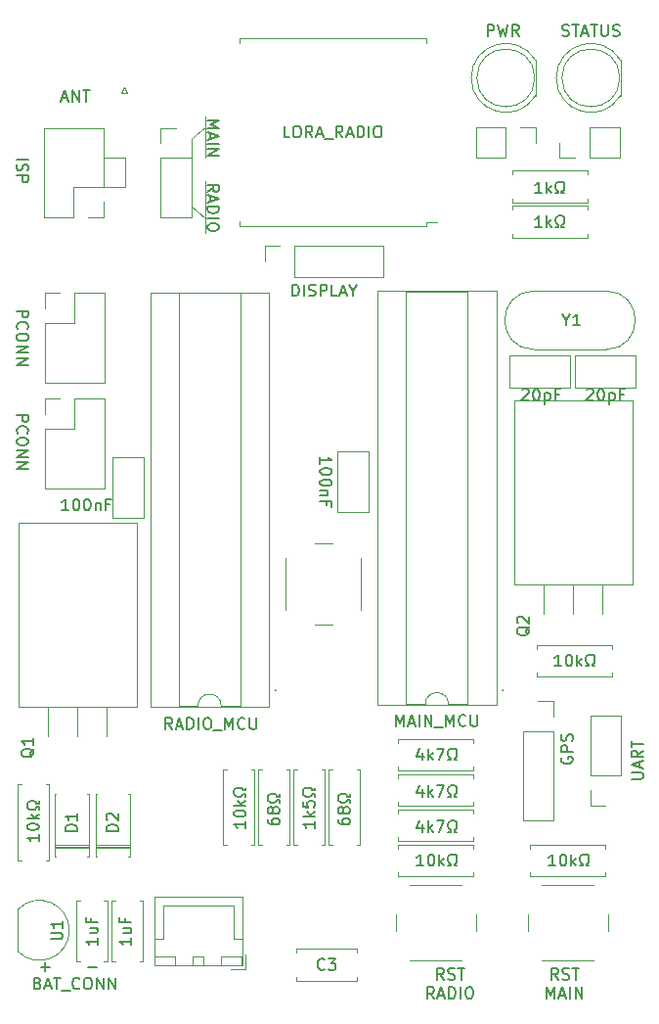
<source format=gbr>
G04 #@! TF.GenerationSoftware,KiCad,Pcbnew,(5.1.7)-1*
G04 #@! TF.CreationDate,2021-01-29T19:27:48+01:00*
G04 #@! TF.ProjectId,powiloc,706f7769-6c6f-4632-9e6b-696361645f70,rev?*
G04 #@! TF.SameCoordinates,Original*
G04 #@! TF.FileFunction,Legend,Top*
G04 #@! TF.FilePolarity,Positive*
%FSLAX46Y46*%
G04 Gerber Fmt 4.6, Leading zero omitted, Abs format (unit mm)*
G04 Created by KiCad (PCBNEW (5.1.7)-1) date 2021-01-29 19:27:48*
%MOMM*%
%LPD*%
G01*
G04 APERTURE LIST*
%ADD10C,0.150000*%
%ADD11C,0.120000*%
G04 APERTURE END LIST*
D10*
X119864380Y-96718380D02*
X119292952Y-96718380D01*
X119578666Y-96718380D02*
X119578666Y-95718380D01*
X119483428Y-95861238D01*
X119388190Y-95956476D01*
X119292952Y-96004095D01*
X120483428Y-95718380D02*
X120578666Y-95718380D01*
X120673904Y-95766000D01*
X120721523Y-95813619D01*
X120769142Y-95908857D01*
X120816761Y-96099333D01*
X120816761Y-96337428D01*
X120769142Y-96527904D01*
X120721523Y-96623142D01*
X120673904Y-96670761D01*
X120578666Y-96718380D01*
X120483428Y-96718380D01*
X120388190Y-96670761D01*
X120340571Y-96623142D01*
X120292952Y-96527904D01*
X120245333Y-96337428D01*
X120245333Y-96099333D01*
X120292952Y-95908857D01*
X120340571Y-95813619D01*
X120388190Y-95766000D01*
X120483428Y-95718380D01*
X121435809Y-95718380D02*
X121531047Y-95718380D01*
X121626285Y-95766000D01*
X121673904Y-95813619D01*
X121721523Y-95908857D01*
X121769142Y-96099333D01*
X121769142Y-96337428D01*
X121721523Y-96527904D01*
X121673904Y-96623142D01*
X121626285Y-96670761D01*
X121531047Y-96718380D01*
X121435809Y-96718380D01*
X121340571Y-96670761D01*
X121292952Y-96623142D01*
X121245333Y-96527904D01*
X121197714Y-96337428D01*
X121197714Y-96099333D01*
X121245333Y-95908857D01*
X121292952Y-95813619D01*
X121340571Y-95766000D01*
X121435809Y-95718380D01*
X122197714Y-96051714D02*
X122197714Y-96718380D01*
X122197714Y-96146952D02*
X122245333Y-96099333D01*
X122340571Y-96051714D01*
X122483428Y-96051714D01*
X122578666Y-96099333D01*
X122626285Y-96194571D01*
X122626285Y-96718380D01*
X123435809Y-96194571D02*
X123102476Y-96194571D01*
X123102476Y-96718380D02*
X123102476Y-95718380D01*
X123578666Y-95718380D01*
X141660619Y-92686380D02*
X141660619Y-92114952D01*
X141660619Y-92400666D02*
X142660619Y-92400666D01*
X142517761Y-92305428D01*
X142422523Y-92210190D01*
X142374904Y-92114952D01*
X142660619Y-93305428D02*
X142660619Y-93400666D01*
X142613000Y-93495904D01*
X142565380Y-93543523D01*
X142470142Y-93591142D01*
X142279666Y-93638761D01*
X142041571Y-93638761D01*
X141851095Y-93591142D01*
X141755857Y-93543523D01*
X141708238Y-93495904D01*
X141660619Y-93400666D01*
X141660619Y-93305428D01*
X141708238Y-93210190D01*
X141755857Y-93162571D01*
X141851095Y-93114952D01*
X142041571Y-93067333D01*
X142279666Y-93067333D01*
X142470142Y-93114952D01*
X142565380Y-93162571D01*
X142613000Y-93210190D01*
X142660619Y-93305428D01*
X142660619Y-94257809D02*
X142660619Y-94353047D01*
X142613000Y-94448285D01*
X142565380Y-94495904D01*
X142470142Y-94543523D01*
X142279666Y-94591142D01*
X142041571Y-94591142D01*
X141851095Y-94543523D01*
X141755857Y-94495904D01*
X141708238Y-94448285D01*
X141660619Y-94353047D01*
X141660619Y-94257809D01*
X141708238Y-94162571D01*
X141755857Y-94114952D01*
X141851095Y-94067333D01*
X142041571Y-94019714D01*
X142279666Y-94019714D01*
X142470142Y-94067333D01*
X142565380Y-94114952D01*
X142613000Y-94162571D01*
X142660619Y-94257809D01*
X142327285Y-95019714D02*
X141660619Y-95019714D01*
X142232047Y-95019714D02*
X142279666Y-95067333D01*
X142327285Y-95162571D01*
X142327285Y-95305428D01*
X142279666Y-95400666D01*
X142184428Y-95448285D01*
X141660619Y-95448285D01*
X142184428Y-96257809D02*
X142184428Y-95924476D01*
X141660619Y-95924476D02*
X142660619Y-95924476D01*
X142660619Y-96400666D01*
X164727142Y-86288619D02*
X164774761Y-86241000D01*
X164870000Y-86193380D01*
X165108095Y-86193380D01*
X165203333Y-86241000D01*
X165250952Y-86288619D01*
X165298571Y-86383857D01*
X165298571Y-86479095D01*
X165250952Y-86621952D01*
X164679523Y-87193380D01*
X165298571Y-87193380D01*
X165917619Y-86193380D02*
X166012857Y-86193380D01*
X166108095Y-86241000D01*
X166155714Y-86288619D01*
X166203333Y-86383857D01*
X166250952Y-86574333D01*
X166250952Y-86812428D01*
X166203333Y-87002904D01*
X166155714Y-87098142D01*
X166108095Y-87145761D01*
X166012857Y-87193380D01*
X165917619Y-87193380D01*
X165822380Y-87145761D01*
X165774761Y-87098142D01*
X165727142Y-87002904D01*
X165679523Y-86812428D01*
X165679523Y-86574333D01*
X165727142Y-86383857D01*
X165774761Y-86288619D01*
X165822380Y-86241000D01*
X165917619Y-86193380D01*
X166679523Y-86526714D02*
X166679523Y-87526714D01*
X166679523Y-86574333D02*
X166774761Y-86526714D01*
X166965238Y-86526714D01*
X167060476Y-86574333D01*
X167108095Y-86621952D01*
X167155714Y-86717190D01*
X167155714Y-87002904D01*
X167108095Y-87098142D01*
X167060476Y-87145761D01*
X166965238Y-87193380D01*
X166774761Y-87193380D01*
X166679523Y-87145761D01*
X167917619Y-86669571D02*
X167584285Y-86669571D01*
X167584285Y-87193380D02*
X167584285Y-86193380D01*
X168060476Y-86193380D01*
X159139142Y-86288619D02*
X159186761Y-86241000D01*
X159282000Y-86193380D01*
X159520095Y-86193380D01*
X159615333Y-86241000D01*
X159662952Y-86288619D01*
X159710571Y-86383857D01*
X159710571Y-86479095D01*
X159662952Y-86621952D01*
X159091523Y-87193380D01*
X159710571Y-87193380D01*
X160329619Y-86193380D02*
X160424857Y-86193380D01*
X160520095Y-86241000D01*
X160567714Y-86288619D01*
X160615333Y-86383857D01*
X160662952Y-86574333D01*
X160662952Y-86812428D01*
X160615333Y-87002904D01*
X160567714Y-87098142D01*
X160520095Y-87145761D01*
X160424857Y-87193380D01*
X160329619Y-87193380D01*
X160234380Y-87145761D01*
X160186761Y-87098142D01*
X160139142Y-87002904D01*
X160091523Y-86812428D01*
X160091523Y-86574333D01*
X160139142Y-86383857D01*
X160186761Y-86288619D01*
X160234380Y-86241000D01*
X160329619Y-86193380D01*
X161091523Y-86526714D02*
X161091523Y-87526714D01*
X161091523Y-86574333D02*
X161186761Y-86526714D01*
X161377238Y-86526714D01*
X161472476Y-86574333D01*
X161520095Y-86621952D01*
X161567714Y-86717190D01*
X161567714Y-87002904D01*
X161520095Y-87098142D01*
X161472476Y-87145761D01*
X161377238Y-87193380D01*
X161186761Y-87193380D01*
X161091523Y-87145761D01*
X162329619Y-86669571D02*
X161996285Y-86669571D01*
X161996285Y-87193380D02*
X161996285Y-86193380D01*
X162472476Y-86193380D01*
X160853523Y-72207380D02*
X160282095Y-72207380D01*
X160567809Y-72207380D02*
X160567809Y-71207380D01*
X160472571Y-71350238D01*
X160377333Y-71445476D01*
X160282095Y-71493095D01*
X161282095Y-72207380D02*
X161282095Y-71207380D01*
X161377333Y-71826428D02*
X161663047Y-72207380D01*
X161663047Y-71540714D02*
X161282095Y-71921666D01*
X162044000Y-72207380D02*
X162282095Y-72207380D01*
X162282095Y-72016904D01*
X162186857Y-71969285D01*
X162091619Y-71874047D01*
X162044000Y-71731190D01*
X162044000Y-71493095D01*
X162091619Y-71350238D01*
X162186857Y-71255000D01*
X162329714Y-71207380D01*
X162520190Y-71207380D01*
X162663047Y-71255000D01*
X162758285Y-71350238D01*
X162805904Y-71493095D01*
X162805904Y-71731190D01*
X162758285Y-71874047D01*
X162663047Y-71969285D01*
X162567809Y-72016904D01*
X162567809Y-72207380D01*
X162805904Y-72207380D01*
X160853523Y-69286380D02*
X160282095Y-69286380D01*
X160567809Y-69286380D02*
X160567809Y-68286380D01*
X160472571Y-68429238D01*
X160377333Y-68524476D01*
X160282095Y-68572095D01*
X161282095Y-69286380D02*
X161282095Y-68286380D01*
X161377333Y-68905428D02*
X161663047Y-69286380D01*
X161663047Y-68619714D02*
X161282095Y-69000666D01*
X162044000Y-69286380D02*
X162282095Y-69286380D01*
X162282095Y-69095904D01*
X162186857Y-69048285D01*
X162091619Y-68953047D01*
X162044000Y-68810190D01*
X162044000Y-68572095D01*
X162091619Y-68429238D01*
X162186857Y-68334000D01*
X162329714Y-68286380D01*
X162520190Y-68286380D01*
X162663047Y-68334000D01*
X162758285Y-68429238D01*
X162805904Y-68572095D01*
X162805904Y-68810190D01*
X162758285Y-68953047D01*
X162663047Y-69048285D01*
X162567809Y-69095904D01*
X162567809Y-69286380D01*
X162805904Y-69286380D01*
X117292380Y-124737666D02*
X117292380Y-125309095D01*
X117292380Y-125023380D02*
X116292380Y-125023380D01*
X116435238Y-125118619D01*
X116530476Y-125213857D01*
X116578095Y-125309095D01*
X116292380Y-124118619D02*
X116292380Y-124023380D01*
X116340000Y-123928142D01*
X116387619Y-123880523D01*
X116482857Y-123832904D01*
X116673333Y-123785285D01*
X116911428Y-123785285D01*
X117101904Y-123832904D01*
X117197142Y-123880523D01*
X117244761Y-123928142D01*
X117292380Y-124023380D01*
X117292380Y-124118619D01*
X117244761Y-124213857D01*
X117197142Y-124261476D01*
X117101904Y-124309095D01*
X116911428Y-124356714D01*
X116673333Y-124356714D01*
X116482857Y-124309095D01*
X116387619Y-124261476D01*
X116340000Y-124213857D01*
X116292380Y-124118619D01*
X117292380Y-123356714D02*
X116292380Y-123356714D01*
X116911428Y-123261476D02*
X117292380Y-122975761D01*
X116625714Y-122975761D02*
X117006666Y-123356714D01*
X117292380Y-122594809D02*
X117292380Y-122356714D01*
X117101904Y-122356714D01*
X117054285Y-122451952D01*
X116959047Y-122547190D01*
X116816190Y-122594809D01*
X116578095Y-122594809D01*
X116435238Y-122547190D01*
X116340000Y-122451952D01*
X116292380Y-122309095D01*
X116292380Y-122118619D01*
X116340000Y-121975761D01*
X116435238Y-121880523D01*
X116578095Y-121832904D01*
X116816190Y-121832904D01*
X116959047Y-121880523D01*
X117054285Y-121975761D01*
X117101904Y-122071000D01*
X117292380Y-122071000D01*
X117292380Y-121832904D01*
X122372380Y-133691238D02*
X122372380Y-134262666D01*
X122372380Y-133976952D02*
X121372380Y-133976952D01*
X121515238Y-134072190D01*
X121610476Y-134167428D01*
X121658095Y-134262666D01*
X121705714Y-132834095D02*
X122372380Y-132834095D01*
X121705714Y-133262666D02*
X122229523Y-133262666D01*
X122324761Y-133215047D01*
X122372380Y-133119809D01*
X122372380Y-132976952D01*
X122324761Y-132881714D01*
X122277142Y-132834095D01*
X121848571Y-132024571D02*
X121848571Y-132357904D01*
X122372380Y-132357904D02*
X121372380Y-132357904D01*
X121372380Y-131881714D01*
X125293380Y-133691238D02*
X125293380Y-134262666D01*
X125293380Y-133976952D02*
X124293380Y-133976952D01*
X124436238Y-134072190D01*
X124531476Y-134167428D01*
X124579095Y-134262666D01*
X124626714Y-132834095D02*
X125293380Y-132834095D01*
X124626714Y-133262666D02*
X125150523Y-133262666D01*
X125245761Y-133215047D01*
X125293380Y-133119809D01*
X125293380Y-132976952D01*
X125245761Y-132881714D01*
X125198142Y-132834095D01*
X124769571Y-132024571D02*
X124769571Y-132357904D01*
X125293380Y-132357904D02*
X124293380Y-132357904D01*
X124293380Y-131881714D01*
X143216380Y-123412142D02*
X143216380Y-123602619D01*
X143264000Y-123697857D01*
X143311619Y-123745476D01*
X143454476Y-123840714D01*
X143644952Y-123888333D01*
X144025904Y-123888333D01*
X144121142Y-123840714D01*
X144168761Y-123793095D01*
X144216380Y-123697857D01*
X144216380Y-123507380D01*
X144168761Y-123412142D01*
X144121142Y-123364523D01*
X144025904Y-123316904D01*
X143787809Y-123316904D01*
X143692571Y-123364523D01*
X143644952Y-123412142D01*
X143597333Y-123507380D01*
X143597333Y-123697857D01*
X143644952Y-123793095D01*
X143692571Y-123840714D01*
X143787809Y-123888333D01*
X143644952Y-122745476D02*
X143597333Y-122840714D01*
X143549714Y-122888333D01*
X143454476Y-122935952D01*
X143406857Y-122935952D01*
X143311619Y-122888333D01*
X143264000Y-122840714D01*
X143216380Y-122745476D01*
X143216380Y-122555000D01*
X143264000Y-122459761D01*
X143311619Y-122412142D01*
X143406857Y-122364523D01*
X143454476Y-122364523D01*
X143549714Y-122412142D01*
X143597333Y-122459761D01*
X143644952Y-122555000D01*
X143644952Y-122745476D01*
X143692571Y-122840714D01*
X143740190Y-122888333D01*
X143835428Y-122935952D01*
X144025904Y-122935952D01*
X144121142Y-122888333D01*
X144168761Y-122840714D01*
X144216380Y-122745476D01*
X144216380Y-122555000D01*
X144168761Y-122459761D01*
X144121142Y-122412142D01*
X144025904Y-122364523D01*
X143835428Y-122364523D01*
X143740190Y-122412142D01*
X143692571Y-122459761D01*
X143644952Y-122555000D01*
X144216380Y-121983571D02*
X144216380Y-121745476D01*
X144025904Y-121745476D01*
X143978285Y-121840714D01*
X143883047Y-121935952D01*
X143740190Y-121983571D01*
X143502095Y-121983571D01*
X143359238Y-121935952D01*
X143264000Y-121840714D01*
X143216380Y-121697857D01*
X143216380Y-121507380D01*
X143264000Y-121364523D01*
X143359238Y-121269285D01*
X143502095Y-121221666D01*
X143740190Y-121221666D01*
X143883047Y-121269285D01*
X143978285Y-121364523D01*
X144025904Y-121459761D01*
X144216380Y-121459761D01*
X144216380Y-121221666D01*
X141168380Y-123594666D02*
X141168380Y-124166095D01*
X141168380Y-123880380D02*
X140168380Y-123880380D01*
X140311238Y-123975619D01*
X140406476Y-124070857D01*
X140454095Y-124166095D01*
X141168380Y-123166095D02*
X140168380Y-123166095D01*
X140787428Y-123070857D02*
X141168380Y-122785142D01*
X140501714Y-122785142D02*
X140882666Y-123166095D01*
X140168380Y-121880380D02*
X140168380Y-122356571D01*
X140644571Y-122404190D01*
X140596952Y-122356571D01*
X140549333Y-122261333D01*
X140549333Y-122023238D01*
X140596952Y-121928000D01*
X140644571Y-121880380D01*
X140739809Y-121832761D01*
X140977904Y-121832761D01*
X141073142Y-121880380D01*
X141120761Y-121928000D01*
X141168380Y-122023238D01*
X141168380Y-122261333D01*
X141120761Y-122356571D01*
X141073142Y-122404190D01*
X141168380Y-121451809D02*
X141168380Y-121213714D01*
X140977904Y-121213714D01*
X140930285Y-121308952D01*
X140835047Y-121404190D01*
X140692190Y-121451809D01*
X140454095Y-121451809D01*
X140311238Y-121404190D01*
X140216000Y-121308952D01*
X140168380Y-121166095D01*
X140168380Y-120975619D01*
X140216000Y-120832761D01*
X140311238Y-120737523D01*
X140454095Y-120689904D01*
X140692190Y-120689904D01*
X140835047Y-120737523D01*
X140930285Y-120832761D01*
X140977904Y-120928000D01*
X141168380Y-120928000D01*
X141168380Y-120689904D01*
X137120380Y-123412142D02*
X137120380Y-123602619D01*
X137168000Y-123697857D01*
X137215619Y-123745476D01*
X137358476Y-123840714D01*
X137548952Y-123888333D01*
X137929904Y-123888333D01*
X138025142Y-123840714D01*
X138072761Y-123793095D01*
X138120380Y-123697857D01*
X138120380Y-123507380D01*
X138072761Y-123412142D01*
X138025142Y-123364523D01*
X137929904Y-123316904D01*
X137691809Y-123316904D01*
X137596571Y-123364523D01*
X137548952Y-123412142D01*
X137501333Y-123507380D01*
X137501333Y-123697857D01*
X137548952Y-123793095D01*
X137596571Y-123840714D01*
X137691809Y-123888333D01*
X137548952Y-122745476D02*
X137501333Y-122840714D01*
X137453714Y-122888333D01*
X137358476Y-122935952D01*
X137310857Y-122935952D01*
X137215619Y-122888333D01*
X137168000Y-122840714D01*
X137120380Y-122745476D01*
X137120380Y-122555000D01*
X137168000Y-122459761D01*
X137215619Y-122412142D01*
X137310857Y-122364523D01*
X137358476Y-122364523D01*
X137453714Y-122412142D01*
X137501333Y-122459761D01*
X137548952Y-122555000D01*
X137548952Y-122745476D01*
X137596571Y-122840714D01*
X137644190Y-122888333D01*
X137739428Y-122935952D01*
X137929904Y-122935952D01*
X138025142Y-122888333D01*
X138072761Y-122840714D01*
X138120380Y-122745476D01*
X138120380Y-122555000D01*
X138072761Y-122459761D01*
X138025142Y-122412142D01*
X137929904Y-122364523D01*
X137739428Y-122364523D01*
X137644190Y-122412142D01*
X137596571Y-122459761D01*
X137548952Y-122555000D01*
X138120380Y-121983571D02*
X138120380Y-121745476D01*
X137929904Y-121745476D01*
X137882285Y-121840714D01*
X137787047Y-121935952D01*
X137644190Y-121983571D01*
X137406095Y-121983571D01*
X137263238Y-121935952D01*
X137168000Y-121840714D01*
X137120380Y-121697857D01*
X137120380Y-121507380D01*
X137168000Y-121364523D01*
X137263238Y-121269285D01*
X137406095Y-121221666D01*
X137644190Y-121221666D01*
X137787047Y-121269285D01*
X137882285Y-121364523D01*
X137929904Y-121459761D01*
X138120380Y-121459761D01*
X138120380Y-121221666D01*
X135199380Y-123594666D02*
X135199380Y-124166095D01*
X135199380Y-123880380D02*
X134199380Y-123880380D01*
X134342238Y-123975619D01*
X134437476Y-124070857D01*
X134485095Y-124166095D01*
X134199380Y-122975619D02*
X134199380Y-122880380D01*
X134247000Y-122785142D01*
X134294619Y-122737523D01*
X134389857Y-122689904D01*
X134580333Y-122642285D01*
X134818428Y-122642285D01*
X135008904Y-122689904D01*
X135104142Y-122737523D01*
X135151761Y-122785142D01*
X135199380Y-122880380D01*
X135199380Y-122975619D01*
X135151761Y-123070857D01*
X135104142Y-123118476D01*
X135008904Y-123166095D01*
X134818428Y-123213714D01*
X134580333Y-123213714D01*
X134389857Y-123166095D01*
X134294619Y-123118476D01*
X134247000Y-123070857D01*
X134199380Y-122975619D01*
X135199380Y-122213714D02*
X134199380Y-122213714D01*
X134818428Y-122118476D02*
X135199380Y-121832761D01*
X134532714Y-121832761D02*
X134913666Y-122213714D01*
X135199380Y-121451809D02*
X135199380Y-121213714D01*
X135008904Y-121213714D01*
X134961285Y-121308952D01*
X134866047Y-121404190D01*
X134723190Y-121451809D01*
X134485095Y-121451809D01*
X134342238Y-121404190D01*
X134247000Y-121308952D01*
X134199380Y-121166095D01*
X134199380Y-120975619D01*
X134247000Y-120832761D01*
X134342238Y-120737523D01*
X134485095Y-120689904D01*
X134723190Y-120689904D01*
X134866047Y-120737523D01*
X134961285Y-120832761D01*
X135008904Y-120928000D01*
X135199380Y-120928000D01*
X135199380Y-120689904D01*
X162536333Y-110180380D02*
X161964904Y-110180380D01*
X162250619Y-110180380D02*
X162250619Y-109180380D01*
X162155380Y-109323238D01*
X162060142Y-109418476D01*
X161964904Y-109466095D01*
X163155380Y-109180380D02*
X163250619Y-109180380D01*
X163345857Y-109228000D01*
X163393476Y-109275619D01*
X163441095Y-109370857D01*
X163488714Y-109561333D01*
X163488714Y-109799428D01*
X163441095Y-109989904D01*
X163393476Y-110085142D01*
X163345857Y-110132761D01*
X163250619Y-110180380D01*
X163155380Y-110180380D01*
X163060142Y-110132761D01*
X163012523Y-110085142D01*
X162964904Y-109989904D01*
X162917285Y-109799428D01*
X162917285Y-109561333D01*
X162964904Y-109370857D01*
X163012523Y-109275619D01*
X163060142Y-109228000D01*
X163155380Y-109180380D01*
X163917285Y-110180380D02*
X163917285Y-109180380D01*
X164012523Y-109799428D02*
X164298238Y-110180380D01*
X164298238Y-109513714D02*
X163917285Y-109894666D01*
X164679190Y-110180380D02*
X164917285Y-110180380D01*
X164917285Y-109989904D01*
X164822047Y-109942285D01*
X164726809Y-109847047D01*
X164679190Y-109704190D01*
X164679190Y-109466095D01*
X164726809Y-109323238D01*
X164822047Y-109228000D01*
X164964904Y-109180380D01*
X165155380Y-109180380D01*
X165298238Y-109228000D01*
X165393476Y-109323238D01*
X165441095Y-109466095D01*
X165441095Y-109704190D01*
X165393476Y-109847047D01*
X165298238Y-109942285D01*
X165203000Y-109989904D01*
X165203000Y-110180380D01*
X165441095Y-110180380D01*
X162028333Y-127452380D02*
X161456904Y-127452380D01*
X161742619Y-127452380D02*
X161742619Y-126452380D01*
X161647380Y-126595238D01*
X161552142Y-126690476D01*
X161456904Y-126738095D01*
X162647380Y-126452380D02*
X162742619Y-126452380D01*
X162837857Y-126500000D01*
X162885476Y-126547619D01*
X162933095Y-126642857D01*
X162980714Y-126833333D01*
X162980714Y-127071428D01*
X162933095Y-127261904D01*
X162885476Y-127357142D01*
X162837857Y-127404761D01*
X162742619Y-127452380D01*
X162647380Y-127452380D01*
X162552142Y-127404761D01*
X162504523Y-127357142D01*
X162456904Y-127261904D01*
X162409285Y-127071428D01*
X162409285Y-126833333D01*
X162456904Y-126642857D01*
X162504523Y-126547619D01*
X162552142Y-126500000D01*
X162647380Y-126452380D01*
X163409285Y-127452380D02*
X163409285Y-126452380D01*
X163504523Y-127071428D02*
X163790238Y-127452380D01*
X163790238Y-126785714D02*
X163409285Y-127166666D01*
X164171190Y-127452380D02*
X164409285Y-127452380D01*
X164409285Y-127261904D01*
X164314047Y-127214285D01*
X164218809Y-127119047D01*
X164171190Y-126976190D01*
X164171190Y-126738095D01*
X164218809Y-126595238D01*
X164314047Y-126500000D01*
X164456904Y-126452380D01*
X164647380Y-126452380D01*
X164790238Y-126500000D01*
X164885476Y-126595238D01*
X164933095Y-126738095D01*
X164933095Y-126976190D01*
X164885476Y-127119047D01*
X164790238Y-127214285D01*
X164695000Y-127261904D01*
X164695000Y-127452380D01*
X164933095Y-127452380D01*
X150598333Y-127452380D02*
X150026904Y-127452380D01*
X150312619Y-127452380D02*
X150312619Y-126452380D01*
X150217380Y-126595238D01*
X150122142Y-126690476D01*
X150026904Y-126738095D01*
X151217380Y-126452380D02*
X151312619Y-126452380D01*
X151407857Y-126500000D01*
X151455476Y-126547619D01*
X151503095Y-126642857D01*
X151550714Y-126833333D01*
X151550714Y-127071428D01*
X151503095Y-127261904D01*
X151455476Y-127357142D01*
X151407857Y-127404761D01*
X151312619Y-127452380D01*
X151217380Y-127452380D01*
X151122142Y-127404761D01*
X151074523Y-127357142D01*
X151026904Y-127261904D01*
X150979285Y-127071428D01*
X150979285Y-126833333D01*
X151026904Y-126642857D01*
X151074523Y-126547619D01*
X151122142Y-126500000D01*
X151217380Y-126452380D01*
X151979285Y-127452380D02*
X151979285Y-126452380D01*
X152074523Y-127071428D02*
X152360238Y-127452380D01*
X152360238Y-126785714D02*
X151979285Y-127166666D01*
X152741190Y-127452380D02*
X152979285Y-127452380D01*
X152979285Y-127261904D01*
X152884047Y-127214285D01*
X152788809Y-127119047D01*
X152741190Y-126976190D01*
X152741190Y-126738095D01*
X152788809Y-126595238D01*
X152884047Y-126500000D01*
X153026904Y-126452380D01*
X153217380Y-126452380D01*
X153360238Y-126500000D01*
X153455476Y-126595238D01*
X153503095Y-126738095D01*
X153503095Y-126976190D01*
X153455476Y-127119047D01*
X153360238Y-127214285D01*
X153265000Y-127261904D01*
X153265000Y-127452380D01*
X153503095Y-127452380D01*
X150503095Y-123864714D02*
X150503095Y-124531380D01*
X150265000Y-123483761D02*
X150026904Y-124198047D01*
X150645952Y-124198047D01*
X151026904Y-124531380D02*
X151026904Y-123531380D01*
X151122142Y-124150428D02*
X151407857Y-124531380D01*
X151407857Y-123864714D02*
X151026904Y-124245666D01*
X151741190Y-123531380D02*
X152407857Y-123531380D01*
X151979285Y-124531380D01*
X152741190Y-124531380D02*
X152979285Y-124531380D01*
X152979285Y-124340904D01*
X152884047Y-124293285D01*
X152788809Y-124198047D01*
X152741190Y-124055190D01*
X152741190Y-123817095D01*
X152788809Y-123674238D01*
X152884047Y-123579000D01*
X153026904Y-123531380D01*
X153217380Y-123531380D01*
X153360238Y-123579000D01*
X153455476Y-123674238D01*
X153503095Y-123817095D01*
X153503095Y-124055190D01*
X153455476Y-124198047D01*
X153360238Y-124293285D01*
X153265000Y-124340904D01*
X153265000Y-124531380D01*
X153503095Y-124531380D01*
X150503095Y-120816714D02*
X150503095Y-121483380D01*
X150265000Y-120435761D02*
X150026904Y-121150047D01*
X150645952Y-121150047D01*
X151026904Y-121483380D02*
X151026904Y-120483380D01*
X151122142Y-121102428D02*
X151407857Y-121483380D01*
X151407857Y-120816714D02*
X151026904Y-121197666D01*
X151741190Y-120483380D02*
X152407857Y-120483380D01*
X151979285Y-121483380D01*
X152741190Y-121483380D02*
X152979285Y-121483380D01*
X152979285Y-121292904D01*
X152884047Y-121245285D01*
X152788809Y-121150047D01*
X152741190Y-121007190D01*
X152741190Y-120769095D01*
X152788809Y-120626238D01*
X152884047Y-120531000D01*
X153026904Y-120483380D01*
X153217380Y-120483380D01*
X153360238Y-120531000D01*
X153455476Y-120626238D01*
X153503095Y-120769095D01*
X153503095Y-121007190D01*
X153455476Y-121150047D01*
X153360238Y-121245285D01*
X153265000Y-121292904D01*
X153265000Y-121483380D01*
X153503095Y-121483380D01*
X150503095Y-117641714D02*
X150503095Y-118308380D01*
X150265000Y-117260761D02*
X150026904Y-117975047D01*
X150645952Y-117975047D01*
X151026904Y-118308380D02*
X151026904Y-117308380D01*
X151122142Y-117927428D02*
X151407857Y-118308380D01*
X151407857Y-117641714D02*
X151026904Y-118022666D01*
X151741190Y-117308380D02*
X152407857Y-117308380D01*
X151979285Y-118308380D01*
X152741190Y-118308380D02*
X152979285Y-118308380D01*
X152979285Y-118117904D01*
X152884047Y-118070285D01*
X152788809Y-117975047D01*
X152741190Y-117832190D01*
X152741190Y-117594095D01*
X152788809Y-117451238D01*
X152884047Y-117356000D01*
X153026904Y-117308380D01*
X153217380Y-117308380D01*
X153360238Y-117356000D01*
X153455476Y-117451238D01*
X153503095Y-117594095D01*
X153503095Y-117832190D01*
X153455476Y-117975047D01*
X153360238Y-118070285D01*
X153265000Y-118117904D01*
X153265000Y-118308380D01*
X153503095Y-118308380D01*
X115371619Y-88471666D02*
X116371619Y-88471666D01*
X116371619Y-88852619D01*
X116324000Y-88947857D01*
X116276380Y-88995476D01*
X116181142Y-89043095D01*
X116038285Y-89043095D01*
X115943047Y-88995476D01*
X115895428Y-88947857D01*
X115847809Y-88852619D01*
X115847809Y-88471666D01*
X115466857Y-90043095D02*
X115419238Y-89995476D01*
X115371619Y-89852619D01*
X115371619Y-89757380D01*
X115419238Y-89614523D01*
X115514476Y-89519285D01*
X115609714Y-89471666D01*
X115800190Y-89424047D01*
X115943047Y-89424047D01*
X116133523Y-89471666D01*
X116228761Y-89519285D01*
X116324000Y-89614523D01*
X116371619Y-89757380D01*
X116371619Y-89852619D01*
X116324000Y-89995476D01*
X116276380Y-90043095D01*
X116371619Y-90662142D02*
X116371619Y-90852619D01*
X116324000Y-90947857D01*
X116228761Y-91043095D01*
X116038285Y-91090714D01*
X115704952Y-91090714D01*
X115514476Y-91043095D01*
X115419238Y-90947857D01*
X115371619Y-90852619D01*
X115371619Y-90662142D01*
X115419238Y-90566904D01*
X115514476Y-90471666D01*
X115704952Y-90424047D01*
X116038285Y-90424047D01*
X116228761Y-90471666D01*
X116324000Y-90566904D01*
X116371619Y-90662142D01*
X115371619Y-91519285D02*
X116371619Y-91519285D01*
X115371619Y-92090714D01*
X116371619Y-92090714D01*
X115371619Y-92566904D02*
X116371619Y-92566904D01*
X115371619Y-93138333D01*
X116371619Y-93138333D01*
D11*
X130492500Y-64579500D02*
X130501700Y-66230500D01*
X130949700Y-64198500D02*
X130492500Y-64579500D01*
X130949700Y-70802500D02*
X130492500Y-70421500D01*
X124764800Y-68770500D02*
X122919800Y-68770500D01*
X124764800Y-66230500D02*
X124764800Y-68770500D01*
X122923300Y-66230500D02*
X124764800Y-66230500D01*
D10*
X168616380Y-119959238D02*
X169425904Y-119959238D01*
X169521142Y-119911619D01*
X169568761Y-119864000D01*
X169616380Y-119768761D01*
X169616380Y-119578285D01*
X169568761Y-119483047D01*
X169521142Y-119435428D01*
X169425904Y-119387809D01*
X168616380Y-119387809D01*
X169330666Y-118959238D02*
X169330666Y-118483047D01*
X169616380Y-119054476D02*
X168616380Y-118721142D01*
X169616380Y-118387809D01*
X169616380Y-117483047D02*
X169140190Y-117816380D01*
X169616380Y-118054476D02*
X168616380Y-118054476D01*
X168616380Y-117673523D01*
X168664000Y-117578285D01*
X168711619Y-117530666D01*
X168806857Y-117483047D01*
X168949714Y-117483047D01*
X169044952Y-117530666D01*
X169092571Y-117578285D01*
X169140190Y-117673523D01*
X169140190Y-118054476D01*
X168616380Y-117197333D02*
X168616380Y-116625904D01*
X169616380Y-116911619D02*
X168616380Y-116911619D01*
X152360380Y-137295380D02*
X152027047Y-136819190D01*
X151788952Y-137295380D02*
X151788952Y-136295380D01*
X152169904Y-136295380D01*
X152265142Y-136343000D01*
X152312761Y-136390619D01*
X152360380Y-136485857D01*
X152360380Y-136628714D01*
X152312761Y-136723952D01*
X152265142Y-136771571D01*
X152169904Y-136819190D01*
X151788952Y-136819190D01*
X152741333Y-137247761D02*
X152884190Y-137295380D01*
X153122285Y-137295380D01*
X153217523Y-137247761D01*
X153265142Y-137200142D01*
X153312761Y-137104904D01*
X153312761Y-137009666D01*
X153265142Y-136914428D01*
X153217523Y-136866809D01*
X153122285Y-136819190D01*
X152931809Y-136771571D01*
X152836571Y-136723952D01*
X152788952Y-136676333D01*
X152741333Y-136581095D01*
X152741333Y-136485857D01*
X152788952Y-136390619D01*
X152836571Y-136343000D01*
X152931809Y-136295380D01*
X153169904Y-136295380D01*
X153312761Y-136343000D01*
X153598476Y-136295380D02*
X154169904Y-136295380D01*
X153884190Y-137295380D02*
X153884190Y-136295380D01*
X151527047Y-138945380D02*
X151193714Y-138469190D01*
X150955619Y-138945380D02*
X150955619Y-137945380D01*
X151336571Y-137945380D01*
X151431809Y-137993000D01*
X151479428Y-138040619D01*
X151527047Y-138135857D01*
X151527047Y-138278714D01*
X151479428Y-138373952D01*
X151431809Y-138421571D01*
X151336571Y-138469190D01*
X150955619Y-138469190D01*
X151908000Y-138659666D02*
X152384190Y-138659666D01*
X151812761Y-138945380D02*
X152146095Y-137945380D01*
X152479428Y-138945380D01*
X152812761Y-138945380D02*
X152812761Y-137945380D01*
X153050857Y-137945380D01*
X153193714Y-137993000D01*
X153288952Y-138088238D01*
X153336571Y-138183476D01*
X153384190Y-138373952D01*
X153384190Y-138516809D01*
X153336571Y-138707285D01*
X153288952Y-138802523D01*
X153193714Y-138897761D01*
X153050857Y-138945380D01*
X152812761Y-138945380D01*
X153812761Y-138945380D02*
X153812761Y-137945380D01*
X154479428Y-137945380D02*
X154669904Y-137945380D01*
X154765142Y-137993000D01*
X154860380Y-138088238D01*
X154908000Y-138278714D01*
X154908000Y-138612047D01*
X154860380Y-138802523D01*
X154765142Y-138897761D01*
X154669904Y-138945380D01*
X154479428Y-138945380D01*
X154384190Y-138897761D01*
X154288952Y-138802523D01*
X154241333Y-138612047D01*
X154241333Y-138278714D01*
X154288952Y-138088238D01*
X154384190Y-137993000D01*
X154479428Y-137945380D01*
X162266380Y-137295380D02*
X161933047Y-136819190D01*
X161694952Y-137295380D02*
X161694952Y-136295380D01*
X162075904Y-136295380D01*
X162171142Y-136343000D01*
X162218761Y-136390619D01*
X162266380Y-136485857D01*
X162266380Y-136628714D01*
X162218761Y-136723952D01*
X162171142Y-136771571D01*
X162075904Y-136819190D01*
X161694952Y-136819190D01*
X162647333Y-137247761D02*
X162790190Y-137295380D01*
X163028285Y-137295380D01*
X163123523Y-137247761D01*
X163171142Y-137200142D01*
X163218761Y-137104904D01*
X163218761Y-137009666D01*
X163171142Y-136914428D01*
X163123523Y-136866809D01*
X163028285Y-136819190D01*
X162837809Y-136771571D01*
X162742571Y-136723952D01*
X162694952Y-136676333D01*
X162647333Y-136581095D01*
X162647333Y-136485857D01*
X162694952Y-136390619D01*
X162742571Y-136343000D01*
X162837809Y-136295380D01*
X163075904Y-136295380D01*
X163218761Y-136343000D01*
X163504476Y-136295380D02*
X164075904Y-136295380D01*
X163790190Y-137295380D02*
X163790190Y-136295380D01*
X161290190Y-138945380D02*
X161290190Y-137945380D01*
X161623523Y-138659666D01*
X161956857Y-137945380D01*
X161956857Y-138945380D01*
X162385428Y-138659666D02*
X162861619Y-138659666D01*
X162290190Y-138945380D02*
X162623523Y-137945380D01*
X162956857Y-138945380D01*
X163290190Y-138945380D02*
X163290190Y-137945380D01*
X163766380Y-138945380D02*
X163766380Y-137945380D01*
X164337809Y-138945380D01*
X164337809Y-137945380D01*
D11*
X157543500Y-112268000D02*
G75*
G03*
X157543500Y-112268000I-63500J0D01*
G01*
X137858500Y-112268000D02*
G75*
G03*
X137858500Y-112268000I-63500J0D01*
G01*
D10*
X121539047Y-136215428D02*
X122300952Y-136215428D01*
X117475047Y-136215428D02*
X118236952Y-136215428D01*
X117856000Y-136596380D02*
X117856000Y-135834476D01*
X139247904Y-78176380D02*
X139247904Y-77176380D01*
X139486000Y-77176380D01*
X139628857Y-77224000D01*
X139724095Y-77319238D01*
X139771714Y-77414476D01*
X139819333Y-77604952D01*
X139819333Y-77747809D01*
X139771714Y-77938285D01*
X139724095Y-78033523D01*
X139628857Y-78128761D01*
X139486000Y-78176380D01*
X139247904Y-78176380D01*
X140247904Y-78176380D02*
X140247904Y-77176380D01*
X140676476Y-78128761D02*
X140819333Y-78176380D01*
X141057428Y-78176380D01*
X141152666Y-78128761D01*
X141200285Y-78081142D01*
X141247904Y-77985904D01*
X141247904Y-77890666D01*
X141200285Y-77795428D01*
X141152666Y-77747809D01*
X141057428Y-77700190D01*
X140866952Y-77652571D01*
X140771714Y-77604952D01*
X140724095Y-77557333D01*
X140676476Y-77462095D01*
X140676476Y-77366857D01*
X140724095Y-77271619D01*
X140771714Y-77224000D01*
X140866952Y-77176380D01*
X141105047Y-77176380D01*
X141247904Y-77224000D01*
X141676476Y-78176380D02*
X141676476Y-77176380D01*
X142057428Y-77176380D01*
X142152666Y-77224000D01*
X142200285Y-77271619D01*
X142247904Y-77366857D01*
X142247904Y-77509714D01*
X142200285Y-77604952D01*
X142152666Y-77652571D01*
X142057428Y-77700190D01*
X141676476Y-77700190D01*
X143152666Y-78176380D02*
X142676476Y-78176380D01*
X142676476Y-77176380D01*
X143438380Y-77890666D02*
X143914571Y-77890666D01*
X143343142Y-78176380D02*
X143676476Y-77176380D01*
X144009809Y-78176380D01*
X144533619Y-77700190D02*
X144533619Y-78176380D01*
X144200285Y-77176380D02*
X144533619Y-77700190D01*
X144866952Y-77176380D01*
X162568000Y-118062285D02*
X162520380Y-118157523D01*
X162520380Y-118300380D01*
X162568000Y-118443238D01*
X162663238Y-118538476D01*
X162758476Y-118586095D01*
X162948952Y-118633714D01*
X163091809Y-118633714D01*
X163282285Y-118586095D01*
X163377523Y-118538476D01*
X163472761Y-118443238D01*
X163520380Y-118300380D01*
X163520380Y-118205142D01*
X163472761Y-118062285D01*
X163425142Y-118014666D01*
X163091809Y-118014666D01*
X163091809Y-118205142D01*
X163520380Y-117586095D02*
X162520380Y-117586095D01*
X162520380Y-117205142D01*
X162568000Y-117109904D01*
X162615619Y-117062285D01*
X162710857Y-117014666D01*
X162853714Y-117014666D01*
X162948952Y-117062285D01*
X162996571Y-117109904D01*
X163044190Y-117205142D01*
X163044190Y-117586095D01*
X163472761Y-116633714D02*
X163520380Y-116490857D01*
X163520380Y-116252761D01*
X163472761Y-116157523D01*
X163425142Y-116109904D01*
X163329904Y-116062285D01*
X163234666Y-116062285D01*
X163139428Y-116109904D01*
X163091809Y-116157523D01*
X163044190Y-116252761D01*
X162996571Y-116443238D01*
X162948952Y-116538476D01*
X162901333Y-116586095D01*
X162806095Y-116633714D01*
X162710857Y-116633714D01*
X162615619Y-116586095D01*
X162568000Y-116538476D01*
X162520380Y-116443238D01*
X162520380Y-116205142D01*
X162568000Y-116062285D01*
X117205523Y-137596571D02*
X117348380Y-137644190D01*
X117396000Y-137691809D01*
X117443619Y-137787047D01*
X117443619Y-137929904D01*
X117396000Y-138025142D01*
X117348380Y-138072761D01*
X117253142Y-138120380D01*
X116872190Y-138120380D01*
X116872190Y-137120380D01*
X117205523Y-137120380D01*
X117300761Y-137168000D01*
X117348380Y-137215619D01*
X117396000Y-137310857D01*
X117396000Y-137406095D01*
X117348380Y-137501333D01*
X117300761Y-137548952D01*
X117205523Y-137596571D01*
X116872190Y-137596571D01*
X117824571Y-137834666D02*
X118300761Y-137834666D01*
X117729333Y-138120380D02*
X118062666Y-137120380D01*
X118396000Y-138120380D01*
X118586476Y-137120380D02*
X119157904Y-137120380D01*
X118872190Y-138120380D02*
X118872190Y-137120380D01*
X119253142Y-138215619D02*
X120015047Y-138215619D01*
X120824571Y-138025142D02*
X120776952Y-138072761D01*
X120634095Y-138120380D01*
X120538857Y-138120380D01*
X120396000Y-138072761D01*
X120300761Y-137977523D01*
X120253142Y-137882285D01*
X120205523Y-137691809D01*
X120205523Y-137548952D01*
X120253142Y-137358476D01*
X120300761Y-137263238D01*
X120396000Y-137168000D01*
X120538857Y-137120380D01*
X120634095Y-137120380D01*
X120776952Y-137168000D01*
X120824571Y-137215619D01*
X121443619Y-137120380D02*
X121634095Y-137120380D01*
X121729333Y-137168000D01*
X121824571Y-137263238D01*
X121872190Y-137453714D01*
X121872190Y-137787047D01*
X121824571Y-137977523D01*
X121729333Y-138072761D01*
X121634095Y-138120380D01*
X121443619Y-138120380D01*
X121348380Y-138072761D01*
X121253142Y-137977523D01*
X121205523Y-137787047D01*
X121205523Y-137453714D01*
X121253142Y-137263238D01*
X121348380Y-137168000D01*
X121443619Y-137120380D01*
X122300761Y-138120380D02*
X122300761Y-137120380D01*
X122872190Y-138120380D01*
X122872190Y-137120380D01*
X123348380Y-138120380D02*
X123348380Y-137120380D01*
X123919809Y-138120380D01*
X123919809Y-137120380D01*
X148265000Y-115387380D02*
X148265000Y-114387380D01*
X148598333Y-115101666D01*
X148931666Y-114387380D01*
X148931666Y-115387380D01*
X149360238Y-115101666D02*
X149836428Y-115101666D01*
X149265000Y-115387380D02*
X149598333Y-114387380D01*
X149931666Y-115387380D01*
X150265000Y-115387380D02*
X150265000Y-114387380D01*
X150741190Y-115387380D02*
X150741190Y-114387380D01*
X151312619Y-115387380D01*
X151312619Y-114387380D01*
X151550714Y-115482619D02*
X152312619Y-115482619D01*
X152550714Y-115387380D02*
X152550714Y-114387380D01*
X152884047Y-115101666D01*
X153217380Y-114387380D01*
X153217380Y-115387380D01*
X154265000Y-115292142D02*
X154217380Y-115339761D01*
X154074523Y-115387380D01*
X153979285Y-115387380D01*
X153836428Y-115339761D01*
X153741190Y-115244523D01*
X153693571Y-115149285D01*
X153645952Y-114958809D01*
X153645952Y-114815952D01*
X153693571Y-114625476D01*
X153741190Y-114530238D01*
X153836428Y-114435000D01*
X153979285Y-114387380D01*
X154074523Y-114387380D01*
X154217380Y-114435000D01*
X154265000Y-114482619D01*
X154693571Y-114387380D02*
X154693571Y-115196904D01*
X154741190Y-115292142D01*
X154788809Y-115339761D01*
X154884047Y-115387380D01*
X155074523Y-115387380D01*
X155169761Y-115339761D01*
X155217380Y-115292142D01*
X155265000Y-115196904D01*
X155265000Y-114387380D01*
X128849857Y-115641380D02*
X128516523Y-115165190D01*
X128278428Y-115641380D02*
X128278428Y-114641380D01*
X128659380Y-114641380D01*
X128754619Y-114689000D01*
X128802238Y-114736619D01*
X128849857Y-114831857D01*
X128849857Y-114974714D01*
X128802238Y-115069952D01*
X128754619Y-115117571D01*
X128659380Y-115165190D01*
X128278428Y-115165190D01*
X129230809Y-115355666D02*
X129707000Y-115355666D01*
X129135571Y-115641380D02*
X129468904Y-114641380D01*
X129802238Y-115641380D01*
X130135571Y-115641380D02*
X130135571Y-114641380D01*
X130373666Y-114641380D01*
X130516523Y-114689000D01*
X130611761Y-114784238D01*
X130659380Y-114879476D01*
X130707000Y-115069952D01*
X130707000Y-115212809D01*
X130659380Y-115403285D01*
X130611761Y-115498523D01*
X130516523Y-115593761D01*
X130373666Y-115641380D01*
X130135571Y-115641380D01*
X131135571Y-115641380D02*
X131135571Y-114641380D01*
X131802238Y-114641380D02*
X131992714Y-114641380D01*
X132087952Y-114689000D01*
X132183190Y-114784238D01*
X132230809Y-114974714D01*
X132230809Y-115308047D01*
X132183190Y-115498523D01*
X132087952Y-115593761D01*
X131992714Y-115641380D01*
X131802238Y-115641380D01*
X131707000Y-115593761D01*
X131611761Y-115498523D01*
X131564142Y-115308047D01*
X131564142Y-114974714D01*
X131611761Y-114784238D01*
X131707000Y-114689000D01*
X131802238Y-114641380D01*
X132421285Y-115736619D02*
X133183190Y-115736619D01*
X133421285Y-115641380D02*
X133421285Y-114641380D01*
X133754619Y-115355666D01*
X134087952Y-114641380D01*
X134087952Y-115641380D01*
X135135571Y-115546142D02*
X135087952Y-115593761D01*
X134945095Y-115641380D01*
X134849857Y-115641380D01*
X134707000Y-115593761D01*
X134611761Y-115498523D01*
X134564142Y-115403285D01*
X134516523Y-115212809D01*
X134516523Y-115069952D01*
X134564142Y-114879476D01*
X134611761Y-114784238D01*
X134707000Y-114689000D01*
X134849857Y-114641380D01*
X134945095Y-114641380D01*
X135087952Y-114689000D01*
X135135571Y-114736619D01*
X135564142Y-114641380D02*
X135564142Y-115450904D01*
X135611761Y-115546142D01*
X135659380Y-115593761D01*
X135754619Y-115641380D01*
X135945095Y-115641380D01*
X136040333Y-115593761D01*
X136087952Y-115546142D01*
X136135571Y-115450904D01*
X136135571Y-114641380D01*
X162623809Y-55649761D02*
X162766666Y-55697380D01*
X163004761Y-55697380D01*
X163100000Y-55649761D01*
X163147619Y-55602142D01*
X163195238Y-55506904D01*
X163195238Y-55411666D01*
X163147619Y-55316428D01*
X163100000Y-55268809D01*
X163004761Y-55221190D01*
X162814285Y-55173571D01*
X162719047Y-55125952D01*
X162671428Y-55078333D01*
X162623809Y-54983095D01*
X162623809Y-54887857D01*
X162671428Y-54792619D01*
X162719047Y-54745000D01*
X162814285Y-54697380D01*
X163052380Y-54697380D01*
X163195238Y-54745000D01*
X163480952Y-54697380D02*
X164052380Y-54697380D01*
X163766666Y-55697380D02*
X163766666Y-54697380D01*
X164338095Y-55411666D02*
X164814285Y-55411666D01*
X164242857Y-55697380D02*
X164576190Y-54697380D01*
X164909523Y-55697380D01*
X165100000Y-54697380D02*
X165671428Y-54697380D01*
X165385714Y-55697380D02*
X165385714Y-54697380D01*
X166004761Y-54697380D02*
X166004761Y-55506904D01*
X166052380Y-55602142D01*
X166100000Y-55649761D01*
X166195238Y-55697380D01*
X166385714Y-55697380D01*
X166480952Y-55649761D01*
X166528571Y-55602142D01*
X166576190Y-55506904D01*
X166576190Y-54697380D01*
X167004761Y-55649761D02*
X167147619Y-55697380D01*
X167385714Y-55697380D01*
X167480952Y-55649761D01*
X167528571Y-55602142D01*
X167576190Y-55506904D01*
X167576190Y-55411666D01*
X167528571Y-55316428D01*
X167480952Y-55268809D01*
X167385714Y-55221190D01*
X167195238Y-55173571D01*
X167100000Y-55125952D01*
X167052380Y-55078333D01*
X167004761Y-54983095D01*
X167004761Y-54887857D01*
X167052380Y-54792619D01*
X167100000Y-54745000D01*
X167195238Y-54697380D01*
X167433333Y-54697380D01*
X167576190Y-54745000D01*
X156146666Y-55697380D02*
X156146666Y-54697380D01*
X156527619Y-54697380D01*
X156622857Y-54745000D01*
X156670476Y-54792619D01*
X156718095Y-54887857D01*
X156718095Y-55030714D01*
X156670476Y-55125952D01*
X156622857Y-55173571D01*
X156527619Y-55221190D01*
X156146666Y-55221190D01*
X157051428Y-54697380D02*
X157289523Y-55697380D01*
X157480000Y-54983095D01*
X157670476Y-55697380D01*
X157908571Y-54697380D01*
X158860952Y-55697380D02*
X158527619Y-55221190D01*
X158289523Y-55697380D02*
X158289523Y-54697380D01*
X158670476Y-54697380D01*
X158765714Y-54745000D01*
X158813333Y-54792619D01*
X158860952Y-54887857D01*
X158860952Y-55030714D01*
X158813333Y-55125952D01*
X158765714Y-55173571D01*
X158670476Y-55221190D01*
X158289523Y-55221190D01*
X139033714Y-64460380D02*
X138557523Y-64460380D01*
X138557523Y-63460380D01*
X139557523Y-63460380D02*
X139748000Y-63460380D01*
X139843238Y-63508000D01*
X139938476Y-63603238D01*
X139986095Y-63793714D01*
X139986095Y-64127047D01*
X139938476Y-64317523D01*
X139843238Y-64412761D01*
X139748000Y-64460380D01*
X139557523Y-64460380D01*
X139462285Y-64412761D01*
X139367047Y-64317523D01*
X139319428Y-64127047D01*
X139319428Y-63793714D01*
X139367047Y-63603238D01*
X139462285Y-63508000D01*
X139557523Y-63460380D01*
X140986095Y-64460380D02*
X140652761Y-63984190D01*
X140414666Y-64460380D02*
X140414666Y-63460380D01*
X140795619Y-63460380D01*
X140890857Y-63508000D01*
X140938476Y-63555619D01*
X140986095Y-63650857D01*
X140986095Y-63793714D01*
X140938476Y-63888952D01*
X140890857Y-63936571D01*
X140795619Y-63984190D01*
X140414666Y-63984190D01*
X141367047Y-64174666D02*
X141843238Y-64174666D01*
X141271809Y-64460380D02*
X141605142Y-63460380D01*
X141938476Y-64460380D01*
X142033714Y-64555619D02*
X142795619Y-64555619D01*
X143605142Y-64460380D02*
X143271809Y-63984190D01*
X143033714Y-64460380D02*
X143033714Y-63460380D01*
X143414666Y-63460380D01*
X143509904Y-63508000D01*
X143557523Y-63555619D01*
X143605142Y-63650857D01*
X143605142Y-63793714D01*
X143557523Y-63888952D01*
X143509904Y-63936571D01*
X143414666Y-63984190D01*
X143033714Y-63984190D01*
X143986095Y-64174666D02*
X144462285Y-64174666D01*
X143890857Y-64460380D02*
X144224190Y-63460380D01*
X144557523Y-64460380D01*
X144890857Y-64460380D02*
X144890857Y-63460380D01*
X145128952Y-63460380D01*
X145271809Y-63508000D01*
X145367047Y-63603238D01*
X145414666Y-63698476D01*
X145462285Y-63888952D01*
X145462285Y-64031809D01*
X145414666Y-64222285D01*
X145367047Y-64317523D01*
X145271809Y-64412761D01*
X145128952Y-64460380D01*
X144890857Y-64460380D01*
X145890857Y-64460380D02*
X145890857Y-63460380D01*
X146557523Y-63460380D02*
X146748000Y-63460380D01*
X146843238Y-63508000D01*
X146938476Y-63603238D01*
X146986095Y-63793714D01*
X146986095Y-64127047D01*
X146938476Y-64317523D01*
X146843238Y-64412761D01*
X146748000Y-64460380D01*
X146557523Y-64460380D01*
X146462285Y-64412761D01*
X146367047Y-64317523D01*
X146319428Y-64127047D01*
X146319428Y-63793714D01*
X146367047Y-63603238D01*
X146462285Y-63508000D01*
X146557523Y-63460380D01*
X115371619Y-79454666D02*
X116371619Y-79454666D01*
X116371619Y-79835619D01*
X116324000Y-79930857D01*
X116276380Y-79978476D01*
X116181142Y-80026095D01*
X116038285Y-80026095D01*
X115943047Y-79978476D01*
X115895428Y-79930857D01*
X115847809Y-79835619D01*
X115847809Y-79454666D01*
X115466857Y-81026095D02*
X115419238Y-80978476D01*
X115371619Y-80835619D01*
X115371619Y-80740380D01*
X115419238Y-80597523D01*
X115514476Y-80502285D01*
X115609714Y-80454666D01*
X115800190Y-80407047D01*
X115943047Y-80407047D01*
X116133523Y-80454666D01*
X116228761Y-80502285D01*
X116324000Y-80597523D01*
X116371619Y-80740380D01*
X116371619Y-80835619D01*
X116324000Y-80978476D01*
X116276380Y-81026095D01*
X116371619Y-81645142D02*
X116371619Y-81835619D01*
X116324000Y-81930857D01*
X116228761Y-82026095D01*
X116038285Y-82073714D01*
X115704952Y-82073714D01*
X115514476Y-82026095D01*
X115419238Y-81930857D01*
X115371619Y-81835619D01*
X115371619Y-81645142D01*
X115419238Y-81549904D01*
X115514476Y-81454666D01*
X115704952Y-81407047D01*
X116038285Y-81407047D01*
X116228761Y-81454666D01*
X116324000Y-81549904D01*
X116371619Y-81645142D01*
X115371619Y-82502285D02*
X116371619Y-82502285D01*
X115371619Y-83073714D01*
X116371619Y-83073714D01*
X115371619Y-83549904D02*
X116371619Y-83549904D01*
X115371619Y-84121333D01*
X116371619Y-84121333D01*
X115371619Y-66333809D02*
X116371619Y-66333809D01*
X115419238Y-66762380D02*
X115371619Y-66905238D01*
X115371619Y-67143333D01*
X115419238Y-67238571D01*
X115466857Y-67286190D01*
X115562095Y-67333809D01*
X115657333Y-67333809D01*
X115752571Y-67286190D01*
X115800190Y-67238571D01*
X115847809Y-67143333D01*
X115895428Y-66952857D01*
X115943047Y-66857619D01*
X115990666Y-66810000D01*
X116085904Y-66762380D01*
X116181142Y-66762380D01*
X116276380Y-66810000D01*
X116324000Y-66857619D01*
X116371619Y-66952857D01*
X116371619Y-67190952D01*
X116324000Y-67333809D01*
X115371619Y-67762380D02*
X116371619Y-67762380D01*
X116371619Y-68143333D01*
X116324000Y-68238571D01*
X116276380Y-68286190D01*
X116181142Y-68333809D01*
X116038285Y-68333809D01*
X115943047Y-68286190D01*
X115895428Y-68238571D01*
X115847809Y-68143333D01*
X115847809Y-67762380D01*
X119316642Y-61063166D02*
X119792833Y-61063166D01*
X119221404Y-61348880D02*
X119554738Y-60348880D01*
X119888071Y-61348880D01*
X120221404Y-61348880D02*
X120221404Y-60348880D01*
X120792833Y-61348880D01*
X120792833Y-60348880D01*
X121126166Y-60348880D02*
X121697595Y-60348880D01*
X121411880Y-61348880D02*
X121411880Y-60348880D01*
D11*
X130949700Y-70802500D02*
X131711700Y-71437500D01*
X131711700Y-66230500D02*
X131711700Y-62674500D01*
X130949700Y-64198500D02*
X131711700Y-63563500D01*
X131711700Y-68262500D02*
X131711700Y-70167500D01*
X131711700Y-72707500D02*
X131711700Y-68262500D01*
D10*
X131894319Y-69169523D02*
X132370509Y-68836190D01*
X131894319Y-68598095D02*
X132894319Y-68598095D01*
X132894319Y-68979047D01*
X132846700Y-69074285D01*
X132799080Y-69121904D01*
X132703842Y-69169523D01*
X132560985Y-69169523D01*
X132465747Y-69121904D01*
X132418128Y-69074285D01*
X132370509Y-68979047D01*
X132370509Y-68598095D01*
X132180033Y-69550476D02*
X132180033Y-70026666D01*
X131894319Y-69455238D02*
X132894319Y-69788571D01*
X131894319Y-70121904D01*
X131894319Y-70455238D02*
X132894319Y-70455238D01*
X132894319Y-70693333D01*
X132846700Y-70836190D01*
X132751461Y-70931428D01*
X132656223Y-70979047D01*
X132465747Y-71026666D01*
X132322890Y-71026666D01*
X132132414Y-70979047D01*
X132037176Y-70931428D01*
X131941938Y-70836190D01*
X131894319Y-70693333D01*
X131894319Y-70455238D01*
X131894319Y-71455238D02*
X132894319Y-71455238D01*
X132894319Y-72121904D02*
X132894319Y-72312380D01*
X132846700Y-72407619D01*
X132751461Y-72502857D01*
X132560985Y-72550476D01*
X132227652Y-72550476D01*
X132037176Y-72502857D01*
X131941938Y-72407619D01*
X131894319Y-72312380D01*
X131894319Y-72121904D01*
X131941938Y-72026666D01*
X132037176Y-71931428D01*
X132227652Y-71883809D01*
X132560985Y-71883809D01*
X132751461Y-71931428D01*
X132846700Y-72026666D01*
X132894319Y-72121904D01*
X131894319Y-62974285D02*
X132894319Y-62974285D01*
X132180033Y-63307619D01*
X132894319Y-63640952D01*
X131894319Y-63640952D01*
X132180033Y-64069523D02*
X132180033Y-64545714D01*
X131894319Y-63974285D02*
X132894319Y-64307619D01*
X131894319Y-64640952D01*
X131894319Y-64974285D02*
X132894319Y-64974285D01*
X131894319Y-65450476D02*
X132894319Y-65450476D01*
X131894319Y-66021904D01*
X132894319Y-66021904D01*
D11*
X117796000Y-94802000D02*
X122996000Y-94802000D01*
X117796000Y-89662000D02*
X117796000Y-94802000D01*
X122996000Y-87062000D02*
X122996000Y-94802000D01*
X117796000Y-89662000D02*
X120396000Y-89662000D01*
X120396000Y-89662000D02*
X120396000Y-87062000D01*
X120396000Y-87062000D02*
X122996000Y-87062000D01*
X117796000Y-88392000D02*
X117796000Y-87062000D01*
X117796000Y-87062000D02*
X119126000Y-87062000D01*
X126940000Y-113658000D02*
X137220000Y-113658000D01*
X126940000Y-77858000D02*
X126940000Y-113658000D01*
X137220000Y-77858000D02*
X126940000Y-77858000D01*
X137220000Y-113658000D02*
X137220000Y-77858000D01*
X129430000Y-113598000D02*
X131080000Y-113598000D01*
X129430000Y-77918000D02*
X129430000Y-113598000D01*
X134730000Y-77918000D02*
X129430000Y-77918000D01*
X134730000Y-113598000D02*
X134730000Y-77918000D01*
X133080000Y-113598000D02*
X134730000Y-113598000D01*
X131080000Y-113598000D02*
G75*
G02*
X133080000Y-113598000I1000000J0D01*
G01*
X146625000Y-113531000D02*
X156905000Y-113531000D01*
X146625000Y-77731000D02*
X146625000Y-113531000D01*
X156905000Y-77731000D02*
X146625000Y-77731000D01*
X156905000Y-113531000D02*
X156905000Y-77731000D01*
X149115000Y-113471000D02*
X150765000Y-113471000D01*
X149115000Y-77791000D02*
X149115000Y-113471000D01*
X154415000Y-77791000D02*
X149115000Y-77791000D01*
X154415000Y-113471000D02*
X154415000Y-77791000D01*
X152765000Y-113471000D02*
X154415000Y-113471000D01*
X150765000Y-113471000D02*
G75*
G02*
X152765000Y-113471000I1000000J0D01*
G01*
X166420000Y-82789000D02*
X160170000Y-82789000D01*
X166420000Y-77739000D02*
X160170000Y-77739000D01*
X160170000Y-77739000D02*
G75*
G03*
X160170000Y-82789000I0J-2525000D01*
G01*
X166420000Y-77739000D02*
G75*
G02*
X166420000Y-82789000I0J-2525000D01*
G01*
X166370000Y-122234000D02*
X165040000Y-122234000D01*
X165040000Y-122234000D02*
X165040000Y-120904000D01*
X165040000Y-119634000D02*
X165040000Y-114494000D01*
X167700000Y-114494000D02*
X165040000Y-114494000D01*
X167700000Y-119634000D02*
X167700000Y-114494000D01*
X167700000Y-119634000D02*
X165040000Y-119634000D01*
X124714000Y-60106000D02*
X124464000Y-60606000D01*
X124464000Y-60606000D02*
X124964000Y-60606000D01*
X124964000Y-60606000D02*
X124714000Y-60106000D01*
X135184000Y-136354000D02*
X135184000Y-135104000D01*
X133934000Y-136354000D02*
X135184000Y-136354000D01*
X128034000Y-130854000D02*
X131084000Y-130854000D01*
X128034000Y-133804000D02*
X128034000Y-130854000D01*
X127284000Y-133804000D02*
X128034000Y-133804000D01*
X134134000Y-130854000D02*
X131084000Y-130854000D01*
X134134000Y-133804000D02*
X134134000Y-130854000D01*
X134884000Y-133804000D02*
X134134000Y-133804000D01*
X127284000Y-136054000D02*
X129084000Y-136054000D01*
X127284000Y-135304000D02*
X127284000Y-136054000D01*
X129084000Y-135304000D02*
X127284000Y-135304000D01*
X129084000Y-136054000D02*
X129084000Y-135304000D01*
X133084000Y-136054000D02*
X134884000Y-136054000D01*
X133084000Y-135304000D02*
X133084000Y-136054000D01*
X134884000Y-135304000D02*
X133084000Y-135304000D01*
X134884000Y-136054000D02*
X134884000Y-135304000D01*
X130584000Y-136054000D02*
X131584000Y-136054000D01*
X130584000Y-135304000D02*
X130584000Y-136054000D01*
X131584000Y-135304000D02*
X130584000Y-135304000D01*
X131584000Y-136054000D02*
X131584000Y-135304000D01*
X127274000Y-136064000D02*
X134894000Y-136064000D01*
X127274000Y-130094000D02*
X127274000Y-136064000D01*
X134894000Y-130094000D02*
X127274000Y-130094000D01*
X134894000Y-136064000D02*
X134894000Y-130094000D01*
X148190000Y-131620000D02*
X148190000Y-133120000D01*
X149440000Y-135620000D02*
X153940000Y-135620000D01*
X155190000Y-133120000D02*
X155190000Y-131620000D01*
X153940000Y-129120000D02*
X149440000Y-129120000D01*
X148368000Y-125630000D02*
X148368000Y-125960000D01*
X154908000Y-125630000D02*
X148368000Y-125630000D01*
X154908000Y-125960000D02*
X154908000Y-125630000D01*
X148368000Y-128370000D02*
X148368000Y-128040000D01*
X154908000Y-128370000D02*
X148368000Y-128370000D01*
X154908000Y-128040000D02*
X154908000Y-128370000D01*
X127841700Y-71370500D02*
X130501700Y-71370500D01*
X127841700Y-66230500D02*
X127841700Y-71370500D01*
X130501700Y-66230500D02*
X130501700Y-71370500D01*
X127841700Y-66230500D02*
X130501700Y-66230500D01*
X127841700Y-64960500D02*
X127841700Y-63630500D01*
X127841700Y-63630500D02*
X129171700Y-63630500D01*
X122919800Y-71370500D02*
X121589800Y-71370500D01*
X122919800Y-70040500D02*
X122919800Y-71370500D01*
X120319800Y-71370500D02*
X117719800Y-71370500D01*
X120319800Y-68770500D02*
X120319800Y-71370500D01*
X122919800Y-68770500D02*
X120319800Y-68770500D01*
X117719800Y-71370500D02*
X117719800Y-63630500D01*
X122919800Y-68770500D02*
X122919800Y-63630500D01*
X122919800Y-63630500D02*
X117719800Y-63630500D01*
X162373000Y-66227000D02*
X162373000Y-64897000D01*
X163703000Y-66227000D02*
X162373000Y-66227000D01*
X164973000Y-66227000D02*
X164973000Y-63567000D01*
X164973000Y-63567000D02*
X167573000Y-63567000D01*
X164973000Y-66227000D02*
X167573000Y-66227000D01*
X167573000Y-66227000D02*
X167573000Y-63567000D01*
X166116000Y-103117000D02*
X166116000Y-105657000D01*
X163576000Y-103117000D02*
X163576000Y-105657000D01*
X161036000Y-103117000D02*
X161036000Y-105657000D01*
X168696000Y-87227000D02*
X168696000Y-103117000D01*
X158456000Y-87227000D02*
X158456000Y-103117000D01*
X158456000Y-87227000D02*
X168696000Y-87227000D01*
X158456000Y-103117000D02*
X168696000Y-103117000D01*
X123190000Y-113658000D02*
X123190000Y-116198000D01*
X120650000Y-113658000D02*
X120650000Y-116198000D01*
X118110000Y-113658000D02*
X118110000Y-116198000D01*
X125770000Y-97768000D02*
X125770000Y-113658000D01*
X115530000Y-97768000D02*
X115530000Y-113658000D01*
X115530000Y-97768000D02*
X125770000Y-97768000D01*
X115530000Y-113658000D02*
X125770000Y-113658000D01*
X160528000Y-113224000D02*
X161858000Y-113224000D01*
X161858000Y-113224000D02*
X161858000Y-114554000D01*
X161858000Y-115824000D02*
X161858000Y-123504000D01*
X159198000Y-123504000D02*
X161858000Y-123504000D01*
X159198000Y-115824000D02*
X159198000Y-123504000D01*
X159198000Y-115824000D02*
X161858000Y-115824000D01*
X136846000Y-75184000D02*
X136846000Y-73854000D01*
X136846000Y-73854000D02*
X138176000Y-73854000D01*
X139446000Y-73854000D02*
X147126000Y-73854000D01*
X147126000Y-76514000D02*
X147126000Y-73854000D01*
X139446000Y-76514000D02*
X147126000Y-76514000D01*
X139446000Y-76514000D02*
X139446000Y-73854000D01*
X122949600Y-130439800D02*
X123264600Y-130439800D01*
X120524600Y-130439800D02*
X120839600Y-130439800D01*
X122949600Y-135679800D02*
X123264600Y-135679800D01*
X120524600Y-135679800D02*
X120839600Y-135679800D01*
X123264600Y-135679800D02*
X123264600Y-130439800D01*
X120524600Y-135679800D02*
X120524600Y-130439800D01*
X126338000Y-130436000D02*
X126338000Y-135676000D01*
X123598000Y-130436000D02*
X123598000Y-135676000D01*
X126338000Y-130436000D02*
X126023000Y-130436000D01*
X123913000Y-130436000D02*
X123598000Y-130436000D01*
X126338000Y-135676000D02*
X126023000Y-135676000D01*
X123913000Y-135676000D02*
X123598000Y-135676000D01*
X139580000Y-134647000D02*
X144820000Y-134647000D01*
X139580000Y-137387000D02*
X144820000Y-137387000D01*
X139580000Y-134647000D02*
X139580000Y-134962000D01*
X139580000Y-137072000D02*
X139580000Y-137387000D01*
X144820000Y-134647000D02*
X144820000Y-134962000D01*
X144820000Y-137072000D02*
X144820000Y-137387000D01*
X168970000Y-86079000D02*
X163730000Y-86079000D01*
X168970000Y-83339000D02*
X163730000Y-83339000D01*
X168970000Y-86079000D02*
X168970000Y-83339000D01*
X163730000Y-86079000D02*
X163730000Y-83339000D01*
X158015000Y-86079000D02*
X158015000Y-83339000D01*
X163255000Y-86079000D02*
X163255000Y-83339000D01*
X163255000Y-83339000D02*
X158015000Y-83339000D01*
X163255000Y-86079000D02*
X158015000Y-86079000D01*
X123661500Y-97382000D02*
X123661500Y-92142000D01*
X126401500Y-97382000D02*
X126401500Y-92142000D01*
X123661500Y-97382000D02*
X126401500Y-97382000D01*
X123661500Y-92142000D02*
X126401500Y-92142000D01*
X143156000Y-91634000D02*
X145896000Y-91634000D01*
X143156000Y-96874000D02*
X145896000Y-96874000D01*
X145896000Y-96874000D02*
X145896000Y-91634000D01*
X143156000Y-96874000D02*
X143156000Y-91634000D01*
X118672000Y-125892000D02*
X121612000Y-125892000D01*
X118672000Y-125652000D02*
X121612000Y-125652000D01*
X118672000Y-125772000D02*
X121612000Y-125772000D01*
X121612000Y-121232000D02*
X121482000Y-121232000D01*
X121612000Y-126672000D02*
X121612000Y-121232000D01*
X121482000Y-126672000D02*
X121612000Y-126672000D01*
X118672000Y-121232000D02*
X118802000Y-121232000D01*
X118672000Y-126672000D02*
X118672000Y-121232000D01*
X118802000Y-126672000D02*
X118672000Y-126672000D01*
X122358000Y-126672000D02*
X122228000Y-126672000D01*
X122228000Y-126672000D02*
X122228000Y-121232000D01*
X122228000Y-121232000D02*
X122358000Y-121232000D01*
X125038000Y-126672000D02*
X125168000Y-126672000D01*
X125168000Y-126672000D02*
X125168000Y-121232000D01*
X125168000Y-121232000D02*
X125038000Y-121232000D01*
X122228000Y-125772000D02*
X125168000Y-125772000D01*
X122228000Y-125652000D02*
X125168000Y-125652000D01*
X122228000Y-125892000D02*
X125168000Y-125892000D01*
X160294000Y-60854000D02*
X160294000Y-57764000D01*
X160234000Y-59309000D02*
G75*
G03*
X160234000Y-59309000I-2500000J0D01*
G01*
X154744000Y-59308538D02*
G75*
G03*
X160294000Y-60853830I2990000J-462D01*
G01*
X154744000Y-59309462D02*
G75*
G02*
X160294000Y-57764170I2990000J462D01*
G01*
X167600000Y-59309000D02*
G75*
G03*
X167600000Y-59309000I-2500000J0D01*
G01*
X167660000Y-60854000D02*
X167660000Y-57764000D01*
X162110000Y-59309462D02*
G75*
G02*
X167660000Y-57764170I2990000J462D01*
G01*
X162110000Y-59308538D02*
G75*
G03*
X167660000Y-60853830I2990000J-462D01*
G01*
X117796000Y-85658000D02*
X122996000Y-85658000D01*
X117796000Y-80518000D02*
X117796000Y-85658000D01*
X122996000Y-77918000D02*
X122996000Y-85658000D01*
X117796000Y-80518000D02*
X120396000Y-80518000D01*
X120396000Y-80518000D02*
X120396000Y-77918000D01*
X120396000Y-77918000D02*
X122996000Y-77918000D01*
X117796000Y-79248000D02*
X117796000Y-77918000D01*
X117796000Y-77918000D02*
X119126000Y-77918000D01*
X118210000Y-120428000D02*
X117880000Y-120428000D01*
X118210000Y-126968000D02*
X118210000Y-120428000D01*
X117880000Y-126968000D02*
X118210000Y-126968000D01*
X115470000Y-120428000D02*
X115800000Y-120428000D01*
X115470000Y-126968000D02*
X115470000Y-120428000D01*
X115800000Y-126968000D02*
X115470000Y-126968000D01*
X166973000Y-110768000D02*
X166973000Y-111098000D01*
X166973000Y-111098000D02*
X160433000Y-111098000D01*
X160433000Y-111098000D02*
X160433000Y-110768000D01*
X166973000Y-108688000D02*
X166973000Y-108358000D01*
X166973000Y-108358000D02*
X160433000Y-108358000D01*
X160433000Y-108358000D02*
X160433000Y-108688000D01*
X142086000Y-119094500D02*
X141756000Y-119094500D01*
X142086000Y-125634500D02*
X142086000Y-119094500D01*
X141756000Y-125634500D02*
X142086000Y-125634500D01*
X139346000Y-119094500D02*
X139676000Y-119094500D01*
X139346000Y-125634500D02*
X139346000Y-119094500D01*
X139676000Y-125634500D02*
X139346000Y-125634500D01*
X142724000Y-125634500D02*
X142394000Y-125634500D01*
X142394000Y-125634500D02*
X142394000Y-119094500D01*
X142394000Y-119094500D02*
X142724000Y-119094500D01*
X144804000Y-125634500D02*
X145134000Y-125634500D01*
X145134000Y-125634500D02*
X145134000Y-119094500D01*
X145134000Y-119094500D02*
X144804000Y-119094500D01*
X139038000Y-119094500D02*
X138708000Y-119094500D01*
X139038000Y-125634500D02*
X139038000Y-119094500D01*
X138708000Y-125634500D02*
X139038000Y-125634500D01*
X136298000Y-119094500D02*
X136628000Y-119094500D01*
X136298000Y-125634500D02*
X136298000Y-119094500D01*
X136628000Y-125634500D02*
X136298000Y-125634500D01*
X135660000Y-119094500D02*
X135990000Y-119094500D01*
X135990000Y-119094500D02*
X135990000Y-125634500D01*
X135990000Y-125634500D02*
X135660000Y-125634500D01*
X133580000Y-119094500D02*
X133250000Y-119094500D01*
X133250000Y-119094500D02*
X133250000Y-125634500D01*
X133250000Y-125634500D02*
X133580000Y-125634500D01*
X148368000Y-116486000D02*
X148368000Y-116816000D01*
X154908000Y-116486000D02*
X148368000Y-116486000D01*
X154908000Y-116816000D02*
X154908000Y-116486000D01*
X148368000Y-119226000D02*
X148368000Y-118896000D01*
X154908000Y-119226000D02*
X148368000Y-119226000D01*
X154908000Y-118896000D02*
X154908000Y-119226000D01*
X166338000Y-128370000D02*
X166338000Y-128040000D01*
X159798000Y-128370000D02*
X166338000Y-128370000D01*
X159798000Y-128040000D02*
X159798000Y-128370000D01*
X166338000Y-125630000D02*
X166338000Y-125960000D01*
X159798000Y-125630000D02*
X166338000Y-125630000D01*
X159798000Y-125960000D02*
X159798000Y-125630000D01*
X154908000Y-121944000D02*
X154908000Y-122274000D01*
X154908000Y-122274000D02*
X148368000Y-122274000D01*
X148368000Y-122274000D02*
X148368000Y-121944000D01*
X154908000Y-119864000D02*
X154908000Y-119534000D01*
X154908000Y-119534000D02*
X148368000Y-119534000D01*
X148368000Y-119534000D02*
X148368000Y-119864000D01*
X148368000Y-122582000D02*
X148368000Y-122912000D01*
X154908000Y-122582000D02*
X148368000Y-122582000D01*
X154908000Y-122912000D02*
X154908000Y-122582000D01*
X148368000Y-125322000D02*
X148368000Y-124992000D01*
X154908000Y-125322000D02*
X148368000Y-125322000D01*
X154908000Y-124992000D02*
X154908000Y-125322000D01*
X158274000Y-67667000D02*
X158274000Y-67337000D01*
X158274000Y-67337000D02*
X164814000Y-67337000D01*
X164814000Y-67337000D02*
X164814000Y-67667000D01*
X158274000Y-69747000D02*
X158274000Y-70077000D01*
X158274000Y-70077000D02*
X164814000Y-70077000D01*
X164814000Y-70077000D02*
X164814000Y-69747000D01*
X158274000Y-70715000D02*
X158274000Y-70385000D01*
X158274000Y-70385000D02*
X164814000Y-70385000D01*
X164814000Y-70385000D02*
X164814000Y-70715000D01*
X158274000Y-72795000D02*
X158274000Y-73125000D01*
X158274000Y-73125000D02*
X164814000Y-73125000D01*
X164814000Y-73125000D02*
X164814000Y-72795000D01*
X142700000Y-99549000D02*
X141200000Y-99549000D01*
X138700000Y-100799000D02*
X138700000Y-105299000D01*
X141200000Y-106549000D02*
X142700000Y-106549000D01*
X145200000Y-105299000D02*
X145200000Y-100799000D01*
X165370000Y-129120000D02*
X160870000Y-129120000D01*
X166620000Y-133120000D02*
X166620000Y-131620000D01*
X160870000Y-135620000D02*
X165370000Y-135620000D01*
X159620000Y-131620000D02*
X159620000Y-133120000D01*
X155134000Y-63567000D02*
X155134000Y-66227000D01*
X157734000Y-63567000D02*
X155134000Y-63567000D01*
X157734000Y-66227000D02*
X155134000Y-66227000D01*
X157734000Y-63567000D02*
X157734000Y-66227000D01*
X159004000Y-63567000D02*
X160334000Y-63567000D01*
X160334000Y-63567000D02*
X160334000Y-64897000D01*
X115498000Y-131232500D02*
X115498000Y-134832500D01*
X115509522Y-131194022D02*
G75*
G02*
X119948000Y-133032500I1838478J-1838478D01*
G01*
X115509522Y-134870978D02*
G75*
G03*
X119948000Y-133032500I1838478J1838478D01*
G01*
X150848000Y-71758000D02*
X151748000Y-71758000D01*
X150848000Y-72108000D02*
X150848000Y-71758000D01*
X134648000Y-55908000D02*
X134648000Y-56308000D01*
X150848000Y-55908000D02*
X134648000Y-55908000D01*
X150848000Y-56308000D02*
X150848000Y-55908000D01*
X134648000Y-72108000D02*
X134648000Y-71708000D01*
X150848000Y-72108000D02*
X134648000Y-72108000D01*
D10*
X162972809Y-80240190D02*
X162972809Y-80716380D01*
X162639476Y-79716380D02*
X162972809Y-80240190D01*
X163306142Y-79716380D01*
X164163285Y-80716380D02*
X163591857Y-80716380D01*
X163877571Y-80716380D02*
X163877571Y-79716380D01*
X163782333Y-79859238D01*
X163687095Y-79954476D01*
X163591857Y-80002095D01*
X159805619Y-106775238D02*
X159758000Y-106870476D01*
X159662761Y-106965714D01*
X159519904Y-107108571D01*
X159472285Y-107203809D01*
X159472285Y-107299047D01*
X159710380Y-107251428D02*
X159662761Y-107346666D01*
X159567523Y-107441904D01*
X159377047Y-107489523D01*
X159043714Y-107489523D01*
X158853238Y-107441904D01*
X158758000Y-107346666D01*
X158710380Y-107251428D01*
X158710380Y-107060952D01*
X158758000Y-106965714D01*
X158853238Y-106870476D01*
X159043714Y-106822857D01*
X159377047Y-106822857D01*
X159567523Y-106870476D01*
X159662761Y-106965714D01*
X159710380Y-107060952D01*
X159710380Y-107251428D01*
X158805619Y-106441904D02*
X158758000Y-106394285D01*
X158710380Y-106299047D01*
X158710380Y-106060952D01*
X158758000Y-105965714D01*
X158805619Y-105918095D01*
X158900857Y-105870476D01*
X158996095Y-105870476D01*
X159138952Y-105918095D01*
X159710380Y-106489523D01*
X159710380Y-105870476D01*
X116879619Y-117316238D02*
X116832000Y-117411476D01*
X116736761Y-117506714D01*
X116593904Y-117649571D01*
X116546285Y-117744809D01*
X116546285Y-117840047D01*
X116784380Y-117792428D02*
X116736761Y-117887666D01*
X116641523Y-117982904D01*
X116451047Y-118030523D01*
X116117714Y-118030523D01*
X115927238Y-117982904D01*
X115832000Y-117887666D01*
X115784380Y-117792428D01*
X115784380Y-117601952D01*
X115832000Y-117506714D01*
X115927238Y-117411476D01*
X116117714Y-117363857D01*
X116451047Y-117363857D01*
X116641523Y-117411476D01*
X116736761Y-117506714D01*
X116784380Y-117601952D01*
X116784380Y-117792428D01*
X116784380Y-116411476D02*
X116784380Y-116982904D01*
X116784380Y-116697190D02*
X115784380Y-116697190D01*
X115927238Y-116792428D01*
X116022476Y-116887666D01*
X116070095Y-116982904D01*
X142033333Y-136374142D02*
X141985714Y-136421761D01*
X141842857Y-136469380D01*
X141747619Y-136469380D01*
X141604761Y-136421761D01*
X141509523Y-136326523D01*
X141461904Y-136231285D01*
X141414285Y-136040809D01*
X141414285Y-135897952D01*
X141461904Y-135707476D01*
X141509523Y-135612238D01*
X141604761Y-135517000D01*
X141747619Y-135469380D01*
X141842857Y-135469380D01*
X141985714Y-135517000D01*
X142033333Y-135564619D01*
X142366666Y-135469380D02*
X142985714Y-135469380D01*
X142652380Y-135850333D01*
X142795238Y-135850333D01*
X142890476Y-135897952D01*
X142938095Y-135945571D01*
X142985714Y-136040809D01*
X142985714Y-136278904D01*
X142938095Y-136374142D01*
X142890476Y-136421761D01*
X142795238Y-136469380D01*
X142509523Y-136469380D01*
X142414285Y-136421761D01*
X142366666Y-136374142D01*
X120594380Y-124436095D02*
X119594380Y-124436095D01*
X119594380Y-124198000D01*
X119642000Y-124055142D01*
X119737238Y-123959904D01*
X119832476Y-123912285D01*
X120022952Y-123864666D01*
X120165809Y-123864666D01*
X120356285Y-123912285D01*
X120451523Y-123959904D01*
X120546761Y-124055142D01*
X120594380Y-124198000D01*
X120594380Y-124436095D01*
X120594380Y-122912285D02*
X120594380Y-123483714D01*
X120594380Y-123198000D02*
X119594380Y-123198000D01*
X119737238Y-123293238D01*
X119832476Y-123388476D01*
X119880095Y-123483714D01*
X124150380Y-124436095D02*
X123150380Y-124436095D01*
X123150380Y-124198000D01*
X123198000Y-124055142D01*
X123293238Y-123959904D01*
X123388476Y-123912285D01*
X123578952Y-123864666D01*
X123721809Y-123864666D01*
X123912285Y-123912285D01*
X124007523Y-123959904D01*
X124102761Y-124055142D01*
X124150380Y-124198000D01*
X124150380Y-124436095D01*
X123245619Y-123483714D02*
X123198000Y-123436095D01*
X123150380Y-123340857D01*
X123150380Y-123102761D01*
X123198000Y-123007523D01*
X123245619Y-122959904D01*
X123340857Y-122912285D01*
X123436095Y-122912285D01*
X123578952Y-122959904D01*
X124150380Y-123531333D01*
X124150380Y-122912285D01*
X118324380Y-133794404D02*
X119133904Y-133794404D01*
X119229142Y-133746785D01*
X119276761Y-133699166D01*
X119324380Y-133603928D01*
X119324380Y-133413452D01*
X119276761Y-133318214D01*
X119229142Y-133270595D01*
X119133904Y-133222976D01*
X118324380Y-133222976D01*
X119324380Y-132222976D02*
X119324380Y-132794404D01*
X119324380Y-132508690D02*
X118324380Y-132508690D01*
X118467238Y-132603928D01*
X118562476Y-132699166D01*
X118610095Y-132794404D01*
M02*

</source>
